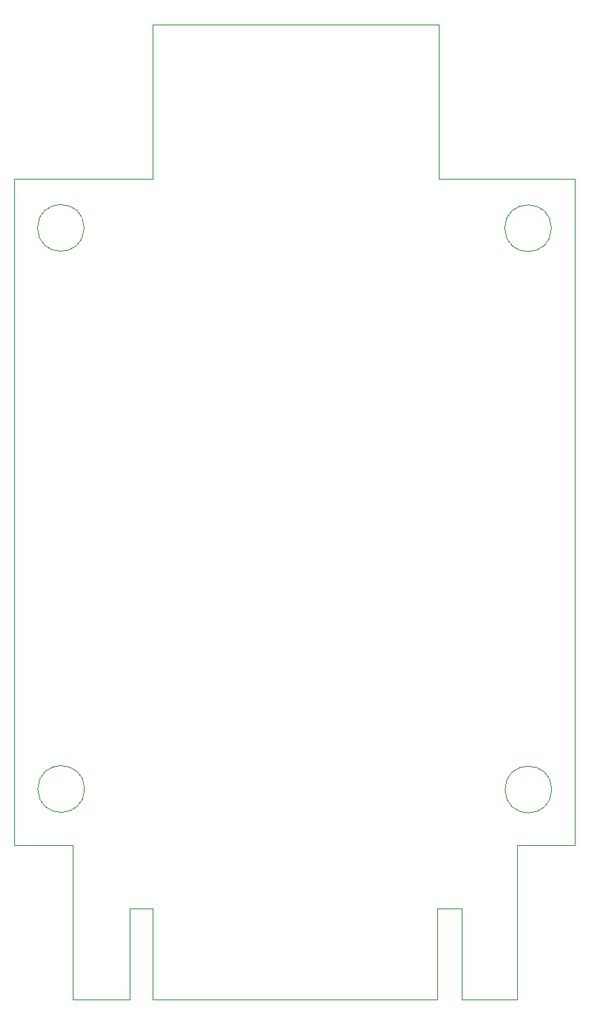
<source format=gbr>
%TF.GenerationSoftware,KiCad,Pcbnew,8.0.6*%
%TF.CreationDate,2024-11-26T16:01:51+01:00*%
%TF.ProjectId,PicoA10400,5069636f-4131-4303-9430-302e6b696361,rev?*%
%TF.SameCoordinates,Original*%
%TF.FileFunction,Profile,NP*%
%FSLAX46Y46*%
G04 Gerber Fmt 4.6, Leading zero omitted, Abs format (unit mm)*
G04 Created by KiCad (PCBNEW 8.0.6) date 2024-11-26 16:01:51*
%MOMM*%
%LPD*%
G01*
G04 APERTURE LIST*
%TA.AperFunction,Profile*%
%ADD10C,0.100000*%
%TD*%
%TA.AperFunction,Profile*%
%ADD11C,0.050000*%
%TD*%
G04 APERTURE END LIST*
D10*
X128800000Y-188000000D02*
X135000000Y-188000000D01*
X120400000Y-116700000D02*
X135000000Y-116700000D01*
X81200000Y-188000000D02*
X75000000Y-188000000D01*
X132530000Y-182055000D02*
G75*
G02*
X127530000Y-182055000I-2500000J0D01*
G01*
X127530000Y-182055000D02*
G75*
G02*
X132530000Y-182055000I2500000J0D01*
G01*
X89800000Y-116700000D02*
X75000000Y-116700000D01*
X82500000Y-182000000D02*
G75*
G02*
X77500000Y-182000000I-2500000J0D01*
G01*
X77500000Y-182000000D02*
G75*
G02*
X82500000Y-182000000I2500000J0D01*
G01*
X82460000Y-121965000D02*
G75*
G02*
X77460000Y-121965000I-2500000J0D01*
G01*
X77460000Y-121965000D02*
G75*
G02*
X82460000Y-121965000I2500000J0D01*
G01*
X135000000Y-116700000D02*
X135000000Y-188000000D01*
X75000000Y-116700000D02*
X75000000Y-188000000D01*
X132500000Y-122000000D02*
G75*
G02*
X127500000Y-122000000I-2500000J0D01*
G01*
X127500000Y-122000000D02*
G75*
G02*
X132500000Y-122000000I2500000J0D01*
G01*
D11*
%TO.C,U1*%
X89800000Y-100190000D02*
X89800000Y-116700000D01*
X89800000Y-100190000D02*
X120400000Y-100200000D01*
X120400000Y-100200000D02*
X120400000Y-116700000D01*
%TO.C,U2*%
X81200000Y-188000000D02*
X81200000Y-204510000D01*
X81200000Y-204510000D02*
X87300000Y-204510000D01*
X87300000Y-194810000D02*
X89800000Y-194810000D01*
X87300000Y-204510000D02*
X87300000Y-194810000D01*
X89800000Y-194810000D02*
X89800000Y-204510000D01*
X89800000Y-204510000D02*
X120300000Y-204510000D01*
X120300000Y-194810000D02*
X122900000Y-194810000D01*
X120300000Y-204510000D02*
X120300000Y-194810000D01*
X122900000Y-194810000D02*
X122900000Y-204510000D01*
X122900000Y-204510000D02*
X128800000Y-204510000D01*
X128800000Y-204510000D02*
X128800000Y-188000000D01*
%TD*%
M02*

</source>
